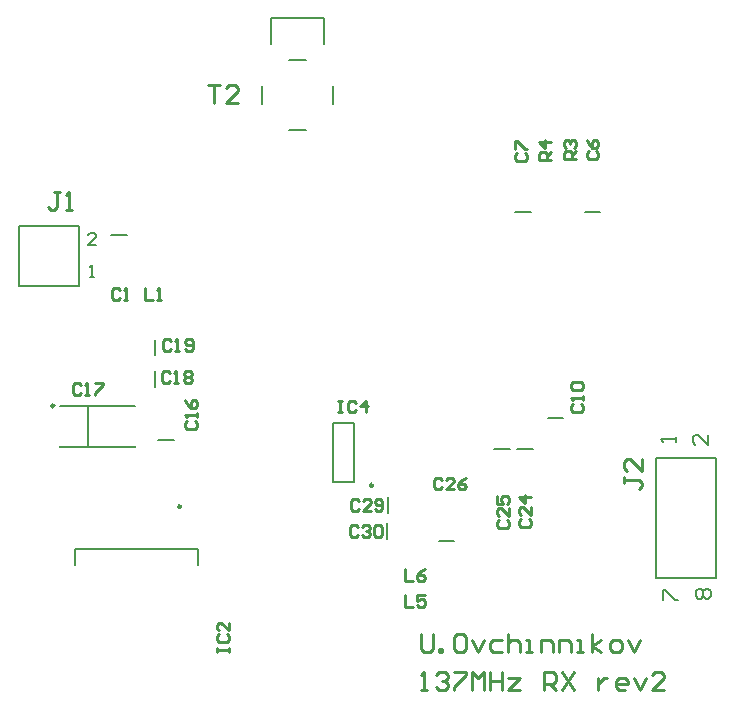
<source format=gto>
%FSLAX43Y43*%
%MOMM*%
G71*
G01*
G75*
G04 Layer_Color=65535*
%ADD10R,1.500X1.000*%
%ADD11O,2.200X0.600*%
%ADD12R,1.000X1.500*%
%ADD13R,1.100X3.600*%
%ADD14R,10.550X8.700*%
%ADD15R,2.600X2.200*%
%ADD16C,0.250*%
%ADD17C,0.300*%
%ADD18C,0.200*%
%ADD19C,0.500*%
%ADD20C,1.500*%
%ADD21R,1.500X1.500*%
%ADD22C,2.800*%
%ADD23C,2.000*%
%ADD24R,1.500X1.500*%
%ADD25C,0.800*%
%ADD26C,6.000*%
%ADD27C,0.600*%
%ADD28C,0.660*%
%ADD29C,1.100*%
%ADD30R,2.500X2.500*%
%ADD31O,0.700X0.250*%
%ADD32O,0.250X0.700*%
%ADD33R,2.300X2.300*%
%ADD34O,0.350X0.800*%
%ADD35O,0.800X0.350*%
%ADD36O,0.600X3.000*%
%ADD37C,0.400*%
%ADD38C,0.254*%
%ADD39C,0.203*%
D16*
X34850Y21345D02*
G03*
X34850Y21345I-125J0D01*
G01*
X18568Y19537D02*
G03*
X18568Y19537I-125J0D01*
G01*
X7853Y28087D02*
G03*
X7853Y28087I-125J0D01*
G01*
D18*
X58810Y13470D02*
Y23630D01*
X63890Y13470D02*
Y23630D01*
X58810D02*
X63890D01*
X58810Y13470D02*
X63890D01*
X49650Y27025D02*
X50950D01*
X33225Y21600D02*
Y26600D01*
X31425Y21600D02*
Y26600D01*
Y21600D02*
X33225D01*
X31425Y26600D02*
X33225D01*
X36050Y16825D02*
Y18125D01*
X36075Y19025D02*
Y20325D01*
X40400Y16650D02*
X41700D01*
X27710Y57400D02*
X29190D01*
X27710Y51400D02*
X29190D01*
X31450Y53660D02*
Y55140D01*
X25450Y53660D02*
Y55140D01*
X26200Y60900D02*
X30700D01*
Y58740D02*
Y60900D01*
X26200Y58740D02*
Y60900D01*
X16678Y25187D02*
X17978D01*
X16353Y29687D02*
Y30987D01*
Y32362D02*
Y33662D01*
X20003Y14637D02*
Y15987D01*
X9603D02*
X20003D01*
X9603Y14637D02*
Y15987D01*
X8378Y24587D02*
Y24637D01*
Y28037D02*
Y28087D01*
X10728Y24587D02*
Y28087D01*
X14679Y24587D02*
Y24637D01*
Y28037D02*
Y28087D01*
X8378D02*
X14679D01*
X8378Y24587D02*
X14679D01*
X9925Y38235D02*
Y43315D01*
X4845Y38235D02*
Y43315D01*
X9925D01*
X4845Y38235D02*
X9925D01*
X12700Y42575D02*
X14000D01*
X47050Y24400D02*
X48350D01*
X45125D02*
X46425D01*
X46900Y44500D02*
X48200D01*
X52800D02*
X54100D01*
D38*
X56101Y22041D02*
Y21533D01*
Y21787D01*
X57371D01*
X57625Y21533D01*
Y21279D01*
X57371Y21025D01*
X57625Y23564D02*
Y22549D01*
X56609Y23564D01*
X56355D01*
X56101Y23310D01*
Y22802D01*
X56355Y22549D01*
X49925Y48925D02*
X48925D01*
Y49425D01*
X49092Y49591D01*
X49425D01*
X49592Y49425D01*
Y48925D01*
Y49258D02*
X49925Y49591D01*
Y50425D02*
X48925D01*
X49425Y49925D01*
Y50591D01*
X52000Y48950D02*
X51000D01*
Y49450D01*
X51167Y49616D01*
X51500D01*
X51667Y49450D01*
Y48950D01*
Y49283D02*
X52000Y49616D01*
X51167Y49950D02*
X51000Y50116D01*
Y50450D01*
X51167Y50616D01*
X51334D01*
X51500Y50450D01*
Y50283D01*
Y50450D01*
X51667Y50616D01*
X51833D01*
X52000Y50450D01*
Y50116D01*
X51833Y49950D01*
X51817Y28241D02*
X51650Y28075D01*
Y27742D01*
X51817Y27575D01*
X52483D01*
X52650Y27742D01*
Y28075D01*
X52483Y28241D01*
X52650Y28575D02*
Y28908D01*
Y28741D01*
X51650D01*
X51817Y28575D01*
Y29408D02*
X51650Y29574D01*
Y29908D01*
X51817Y30074D01*
X52483D01*
X52650Y29908D01*
Y29574D01*
X52483Y29408D01*
X51817D01*
X47042Y49491D02*
X46875Y49325D01*
Y48992D01*
X47042Y48825D01*
X47708D01*
X47875Y48992D01*
Y49325D01*
X47708Y49491D01*
X46875Y49825D02*
Y50491D01*
X47042D01*
X47708Y49825D01*
X47875D01*
X53092Y49616D02*
X52925Y49450D01*
Y49117D01*
X53092Y48950D01*
X53758D01*
X53925Y49117D01*
Y49450D01*
X53758Y49616D01*
X52925Y50616D02*
X53092Y50283D01*
X53425Y49950D01*
X53758D01*
X53925Y50116D01*
Y50450D01*
X53758Y50616D01*
X53592D01*
X53425Y50450D01*
Y49950D01*
X37575Y14275D02*
Y13275D01*
X38241D01*
X39241Y14275D02*
X38908Y14108D01*
X38575Y13775D01*
Y13442D01*
X38741Y13275D01*
X39075D01*
X39241Y13442D01*
Y13608D01*
X39075Y13775D01*
X38575D01*
X37550Y12075D02*
Y11075D01*
X38216D01*
X39216Y12075D02*
X38550D01*
Y11575D01*
X38883Y11741D01*
X39050D01*
X39216Y11575D01*
Y11242D01*
X39050Y11075D01*
X38716D01*
X38550Y11242D01*
X40716Y21833D02*
X40550Y22000D01*
X40217D01*
X40050Y21833D01*
Y21167D01*
X40217Y21000D01*
X40550D01*
X40716Y21167D01*
X41716Y21000D02*
X41050D01*
X41716Y21666D01*
Y21833D01*
X41550Y22000D01*
X41216D01*
X41050Y21833D01*
X42716Y22000D02*
X42383Y21833D01*
X42049Y21500D01*
Y21167D01*
X42216Y21000D01*
X42549D01*
X42716Y21167D01*
Y21333D01*
X42549Y21500D01*
X42049D01*
X45492Y18441D02*
X45325Y18275D01*
Y17942D01*
X45492Y17775D01*
X46158D01*
X46325Y17942D01*
Y18275D01*
X46158Y18441D01*
X46325Y19441D02*
Y18775D01*
X45659Y19441D01*
X45492D01*
X45325Y19275D01*
Y18941D01*
X45492Y18775D01*
X45325Y20441D02*
Y19774D01*
X45825D01*
X45659Y20108D01*
Y20274D01*
X45825Y20441D01*
X46158D01*
X46325Y20274D01*
Y19941D01*
X46158Y19774D01*
X47392Y18491D02*
X47225Y18325D01*
Y17992D01*
X47392Y17825D01*
X48058D01*
X48225Y17992D01*
Y18325D01*
X48058Y18491D01*
X48225Y19491D02*
Y18825D01*
X47559Y19491D01*
X47392D01*
X47225Y19325D01*
Y18991D01*
X47392Y18825D01*
X48225Y20324D02*
X47225D01*
X47725Y19824D01*
Y20491D01*
X21675Y7225D02*
Y7558D01*
Y7392D01*
X22675D01*
Y7225D01*
Y7558D01*
X21842Y8725D02*
X21675Y8558D01*
Y8225D01*
X21842Y8058D01*
X22508D01*
X22675Y8225D01*
Y8558D01*
X22508Y8725D01*
X22675Y9724D02*
Y9058D01*
X22009Y9724D01*
X21842D01*
X21675Y9558D01*
Y9224D01*
X21842Y9058D01*
X33591Y17783D02*
X33425Y17950D01*
X33092D01*
X32925Y17783D01*
Y17117D01*
X33092Y16950D01*
X33425D01*
X33591Y17117D01*
X33925Y17783D02*
X34091Y17950D01*
X34425D01*
X34591Y17783D01*
Y17616D01*
X34425Y17450D01*
X34258D01*
X34425D01*
X34591Y17283D01*
Y17117D01*
X34425Y16950D01*
X34091D01*
X33925Y17117D01*
X34924Y17783D02*
X35091Y17950D01*
X35424D01*
X35591Y17783D01*
Y17117D01*
X35424Y16950D01*
X35091D01*
X34924Y17117D01*
Y17783D01*
X33641Y20033D02*
X33475Y20200D01*
X33142D01*
X32975Y20033D01*
Y19367D01*
X33142Y19200D01*
X33475D01*
X33641Y19367D01*
X34641Y19200D02*
X33975D01*
X34641Y19866D01*
Y20033D01*
X34475Y20200D01*
X34141D01*
X33975Y20033D01*
X34974Y19367D02*
X35141Y19200D01*
X35474D01*
X35641Y19367D01*
Y20033D01*
X35474Y20200D01*
X35141D01*
X34974Y20033D01*
Y19866D01*
X35141Y19700D01*
X35641D01*
X17766Y33533D02*
X17600Y33700D01*
X17267D01*
X17100Y33533D01*
Y32867D01*
X17267Y32700D01*
X17600D01*
X17766Y32867D01*
X18100Y32700D02*
X18433D01*
X18266D01*
Y33700D01*
X18100Y33533D01*
X18933Y32867D02*
X19099Y32700D01*
X19433D01*
X19599Y32867D01*
Y33533D01*
X19433Y33700D01*
X19099D01*
X18933Y33533D01*
Y33366D01*
X19099Y33200D01*
X19599D01*
X17666Y30858D02*
X17500Y31025D01*
X17167D01*
X17000Y30858D01*
Y30192D01*
X17167Y30025D01*
X17500D01*
X17666Y30192D01*
X18000Y30025D02*
X18333D01*
X18166D01*
Y31025D01*
X18000Y30858D01*
X18833D02*
X18999Y31025D01*
X19333D01*
X19499Y30858D01*
Y30691D01*
X19333Y30525D01*
X19499Y30358D01*
Y30192D01*
X19333Y30025D01*
X18999D01*
X18833Y30192D01*
Y30358D01*
X18999Y30525D01*
X18833Y30691D01*
Y30858D01*
X18999Y30525D02*
X19333D01*
X10116Y29808D02*
X9950Y29975D01*
X9617D01*
X9450Y29808D01*
Y29142D01*
X9617Y28975D01*
X9950D01*
X10116Y29142D01*
X10450Y28975D02*
X10783D01*
X10616D01*
Y29975D01*
X10450Y29808D01*
X11283Y29975D02*
X11949D01*
Y29808D01*
X11283Y29142D01*
Y28975D01*
X19117Y26766D02*
X18950Y26600D01*
Y26267D01*
X19117Y26100D01*
X19783D01*
X19950Y26267D01*
Y26600D01*
X19783Y26766D01*
X19950Y27100D02*
Y27433D01*
Y27266D01*
X18950D01*
X19117Y27100D01*
X18950Y28599D02*
X19117Y28266D01*
X19450Y27933D01*
X19783D01*
X19950Y28099D01*
Y28433D01*
X19783Y28599D01*
X19617D01*
X19450Y28433D01*
Y27933D01*
X31900Y28525D02*
X32233D01*
X32067D01*
Y27525D01*
X31900D01*
X32233D01*
X33400Y28358D02*
X33233Y28525D01*
X32900D01*
X32733Y28358D01*
Y27692D01*
X32900Y27525D01*
X33233D01*
X33400Y27692D01*
X34233Y27525D02*
Y28525D01*
X33733Y28025D01*
X34399D01*
X13391Y37883D02*
X13225Y38050D01*
X12892D01*
X12725Y37883D01*
Y37217D01*
X12892Y37050D01*
X13225D01*
X13391Y37217D01*
X13725Y37050D02*
X14058D01*
X13891D01*
Y38050D01*
X13725Y37883D01*
X8350Y46200D02*
X7850D01*
X8100D01*
Y44950D01*
X7850Y44700D01*
X7600D01*
X7350Y44950D01*
X8850Y44700D02*
X9349D01*
X9099D01*
Y46200D01*
X8850Y45950D01*
X15525Y38050D02*
Y37050D01*
X16191D01*
X16525D02*
X16858D01*
X16691D01*
Y38050D01*
X16525Y37883D01*
X20875Y55225D02*
X21875D01*
X21375D01*
Y53725D01*
X23374D02*
X22375D01*
X23374Y54725D01*
Y54975D01*
X23124Y55225D01*
X22624D01*
X22375Y54975D01*
X38875Y4050D02*
X39383D01*
X39129D01*
Y5574D01*
X38875Y5320D01*
X40145D02*
X40399Y5574D01*
X40906D01*
X41160Y5320D01*
Y5066D01*
X40906Y4812D01*
X40652D01*
X40906D01*
X41160Y4558D01*
Y4304D01*
X40906Y4050D01*
X40399D01*
X40145Y4304D01*
X41668Y5574D02*
X42684D01*
Y5320D01*
X41668Y4304D01*
Y4050D01*
X43192D02*
Y5574D01*
X43699Y5066D01*
X44207Y5574D01*
Y4050D01*
X44715Y5574D02*
Y4050D01*
Y4812D01*
X45731D01*
Y5574D01*
Y4050D01*
X46239Y5066D02*
X47254D01*
X46239Y4050D01*
X47254D01*
X49286D02*
Y5574D01*
X50047D01*
X50301Y5320D01*
Y4812D01*
X50047Y4558D01*
X49286D01*
X49793D02*
X50301Y4050D01*
X50809Y5574D02*
X51825Y4050D01*
Y5574D02*
X50809Y4050D01*
X53856Y5066D02*
Y4050D01*
Y4558D01*
X54110Y4812D01*
X54364Y5066D01*
X54618D01*
X56141Y4050D02*
X55634D01*
X55380Y4304D01*
Y4812D01*
X55634Y5066D01*
X56141D01*
X56395Y4812D01*
Y4558D01*
X55380D01*
X56903Y5066D02*
X57411Y4050D01*
X57919Y5066D01*
X59442Y4050D02*
X58427D01*
X59442Y5066D01*
Y5320D01*
X59188Y5574D01*
X58681D01*
X58427Y5320D01*
X38875Y8749D02*
Y7479D01*
X39129Y7225D01*
X39637D01*
X39891Y7479D01*
Y8749D01*
X40399Y7225D02*
Y7479D01*
X40652D01*
Y7225D01*
X40399D01*
X42430Y8749D02*
X41922D01*
X41668Y8495D01*
Y7479D01*
X41922Y7225D01*
X42430D01*
X42684Y7479D01*
Y8495D01*
X42430Y8749D01*
X43192Y8241D02*
X43699Y7225D01*
X44207Y8241D01*
X45731D02*
X44969D01*
X44715Y7987D01*
Y7479D01*
X44969Y7225D01*
X45731D01*
X46239Y8749D02*
Y7225D01*
Y7987D01*
X46493Y8241D01*
X47000D01*
X47254Y7987D01*
Y7225D01*
X47762D02*
X48270D01*
X48016D01*
Y8241D01*
X47762D01*
X49032Y7225D02*
Y8241D01*
X49793D01*
X50047Y7987D01*
Y7225D01*
X50555D02*
Y8241D01*
X51317D01*
X51571Y7987D01*
Y7225D01*
X52079D02*
X52587D01*
X52333D01*
Y8241D01*
X52079D01*
X53348Y7225D02*
Y8749D01*
Y7733D02*
X54110Y8241D01*
X53348Y7733D02*
X54110Y7225D01*
X55126D02*
X55634D01*
X55888Y7479D01*
Y7987D01*
X55634Y8241D01*
X55126D01*
X54872Y7987D01*
Y7479D01*
X55126Y7225D01*
X56395Y8241D02*
X56903Y7225D01*
X57411Y8241D01*
D39*
X63175Y25646D02*
Y24800D01*
X62329Y25646D01*
X62117D01*
X61905Y25435D01*
Y25012D01*
X62117Y24800D01*
X60475Y25050D02*
Y25473D01*
Y25262D01*
X59205D01*
X59417Y25050D01*
X59380Y11650D02*
Y12496D01*
X59592D01*
X60438Y11650D01*
X60650D01*
X62367Y11750D02*
X62155Y11962D01*
Y12385D01*
X62367Y12596D01*
X62579D01*
X62790Y12385D01*
X63002Y12596D01*
X63213D01*
X63425Y12385D01*
Y11962D01*
X63213Y11750D01*
X63002D01*
X62790Y11962D01*
X62579Y11750D01*
X62367D01*
X62790Y11962D02*
Y12385D01*
X10875Y39000D02*
X11208D01*
X11042D01*
Y40000D01*
X10875Y39833D01*
X11391Y41675D02*
X10725D01*
X11391Y42341D01*
Y42508D01*
X11225Y42675D01*
X10892D01*
X10725Y42508D01*
M02*

</source>
